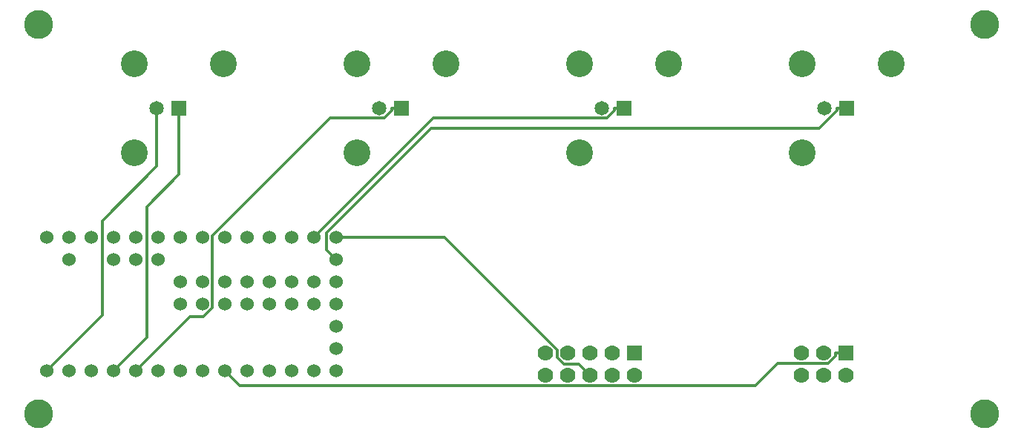
<source format=gbr>
G04 #@! TF.FileFunction,Copper,L2,Bot,Signal*
%FSLAX46Y46*%
G04 Gerber Fmt 4.6, Leading zero omitted, Abs format (unit mm)*
G04 Created by KiCad (PCBNEW 4.0.7-e2-6376~58~ubuntu16.04.1) date Wed Jan 10 15:30:26 2018*
%MOMM*%
%LPD*%
G01*
G04 APERTURE LIST*
%ADD10C,0.100000*%
%ADD11R,1.778000X1.778000*%
%ADD12C,1.778000*%
%ADD13C,3.048000*%
%ADD14R,1.651000X1.651000*%
%ADD15C,1.651000*%
%ADD16C,3.302000*%
%ADD17C,1.524000*%
%ADD18C,0.304800*%
G04 APERTURE END LIST*
D10*
D11*
X121920000Y-91440000D03*
D12*
X121920000Y-93980000D03*
X119380000Y-91440000D03*
X119380000Y-93980000D03*
X116840000Y-91440000D03*
X116840000Y-93980000D03*
X114300000Y-91440000D03*
X114300000Y-93980000D03*
X111760000Y-91440000D03*
X111760000Y-93980000D03*
D11*
X146050000Y-91440000D03*
D12*
X146050000Y-93980000D03*
X143510000Y-91440000D03*
X143510000Y-93980000D03*
X140970000Y-91440000D03*
X140970000Y-93980000D03*
D13*
X64897000Y-58420000D03*
X75057000Y-58420000D03*
D14*
X69977000Y-63500000D03*
D15*
X67437000Y-63500000D03*
D13*
X64897000Y-68580000D03*
X90297000Y-58420000D03*
X100457000Y-58420000D03*
D14*
X95377000Y-63500000D03*
D15*
X92837000Y-63500000D03*
D13*
X90297000Y-68580000D03*
X115697000Y-58420000D03*
X125857000Y-58420000D03*
D14*
X120777000Y-63500000D03*
D15*
X118237000Y-63500000D03*
D13*
X115697000Y-68580000D03*
X141097000Y-58420000D03*
X151257000Y-58420000D03*
D14*
X146177000Y-63500000D03*
D15*
X143637000Y-63500000D03*
D13*
X141097000Y-68580000D03*
D16*
X53975000Y-53975000D03*
X161925000Y-53975000D03*
X53975000Y-98425000D03*
X161925000Y-98425000D03*
D17*
X54864000Y-93472000D03*
X57404000Y-93472000D03*
X59944000Y-93472000D03*
X62484000Y-93472000D03*
X65024000Y-93472000D03*
X67564000Y-93472000D03*
X70104000Y-93472000D03*
X72644000Y-93472000D03*
X75184000Y-93472000D03*
X77724000Y-93472000D03*
X80264000Y-93472000D03*
X82804000Y-93472000D03*
X85344000Y-93472000D03*
X87884000Y-93472000D03*
X87884000Y-90932000D03*
X87884000Y-88392000D03*
X87884000Y-85852000D03*
X87884000Y-83312000D03*
X87884000Y-80772000D03*
X87884000Y-78232000D03*
X85344000Y-78232000D03*
X82804000Y-78232000D03*
X80264000Y-78232000D03*
X77724000Y-78232000D03*
X75184000Y-78232000D03*
X72644000Y-78232000D03*
X70104000Y-78232000D03*
X67564000Y-78232000D03*
X65024000Y-78232000D03*
X62484000Y-78232000D03*
X59944000Y-78232000D03*
X57404000Y-78232000D03*
X54864000Y-78232000D03*
X70104000Y-85852000D03*
X72644000Y-85852000D03*
X75184000Y-85852000D03*
X77724000Y-85852000D03*
X80264000Y-85852000D03*
X82804000Y-85852000D03*
X85344000Y-85852000D03*
X85344000Y-83312000D03*
X82804000Y-83312000D03*
X80264000Y-83312000D03*
X77724000Y-83312000D03*
X75184000Y-83312000D03*
X72644000Y-83312000D03*
X70104000Y-83312000D03*
X67564000Y-80772000D03*
X65024000Y-80772000D03*
X62484000Y-80772000D03*
X57404000Y-80772000D03*
D18*
X67437000Y-70133500D02*
X67437000Y-63500000D01*
X61214000Y-76356500D02*
X67437000Y-70133500D01*
X61214000Y-87122000D02*
X61214000Y-76356500D01*
X54864000Y-93472000D02*
X61214000Y-87122000D01*
X115570000Y-92710000D02*
X116840000Y-93980000D01*
X113864700Y-92710000D02*
X115570000Y-92710000D01*
X113105800Y-91951100D02*
X113864700Y-92710000D01*
X113105800Y-91084200D02*
X113105800Y-91951100D01*
X100253600Y-78232000D02*
X113105800Y-91084200D01*
X87884000Y-78232000D02*
X100253600Y-78232000D01*
X144855900Y-91813300D02*
X144855900Y-91440000D01*
X144035100Y-92634100D02*
X144855900Y-91813300D01*
X138268900Y-92634100D02*
X144035100Y-92634100D01*
X135720100Y-95182900D02*
X138268900Y-92634100D01*
X76894900Y-95182900D02*
X135720100Y-95182900D01*
X75184000Y-93472000D02*
X76894900Y-95182900D01*
X146050000Y-91440000D02*
X144855900Y-91440000D01*
X69977000Y-71073000D02*
X69977000Y-63500000D01*
X66294000Y-74756000D02*
X69977000Y-71073000D01*
X66294000Y-89662000D02*
X66294000Y-74756000D01*
X62484000Y-93472000D02*
X66294000Y-89662000D01*
X94246400Y-63782800D02*
X94246400Y-63500000D01*
X93398600Y-64630600D02*
X94246400Y-63782800D01*
X87234900Y-64630600D02*
X93398600Y-64630600D01*
X73752200Y-78113300D02*
X87234900Y-64630600D01*
X73752200Y-86291400D02*
X73752200Y-78113300D01*
X72777100Y-87266500D02*
X73752200Y-86291400D01*
X71229500Y-87266500D02*
X72777100Y-87266500D01*
X65024000Y-93472000D02*
X71229500Y-87266500D01*
X95377000Y-63500000D02*
X94246400Y-63500000D01*
X120777000Y-63500000D02*
X119646400Y-63500000D01*
X98945400Y-64630600D02*
X85344000Y-78232000D01*
X118798600Y-64630600D02*
X98945400Y-64630600D01*
X119646400Y-63782800D02*
X118798600Y-64630600D01*
X119646400Y-63500000D02*
X119646400Y-63782800D01*
X145046400Y-63782600D02*
X145046400Y-63500000D01*
X143019100Y-65809900D02*
X145046400Y-63782600D01*
X98772300Y-65809900D02*
X143019100Y-65809900D01*
X86816800Y-77765400D02*
X98772300Y-65809900D01*
X86816800Y-79704800D02*
X86816800Y-77765400D01*
X87884000Y-80772000D02*
X86816800Y-79704800D01*
X146177000Y-63500000D02*
X145046400Y-63500000D01*
M02*

</source>
